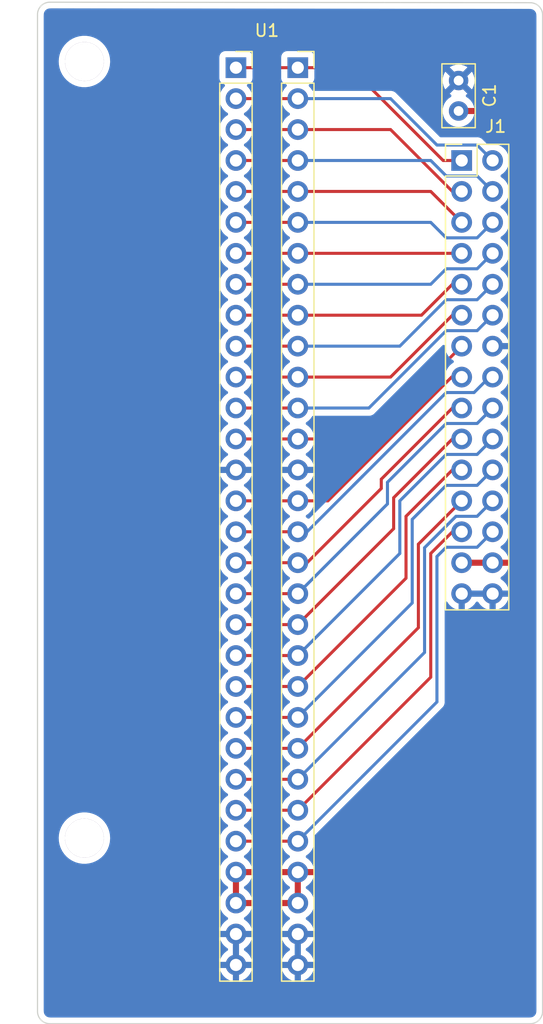
<source format=kicad_pcb>
(kicad_pcb (version 20201116) (generator pcbnew)
  (layers (0 "F.Cu" signal) (31 "B.Cu" signal) (34 "B.Paste" user) (35 "F.Paste" user) (36 "B.SilkS" user "B.Silkscreen") (37 "F.SilkS" user "F.Silkscreen") (38 "B.Mask" user) (39 "F.Mask" user) (44 "Edge.Cuts" user))
  (net 0 "")
  (net 1 "+5V")
  (net 2 "/A13")
  (net 3 "/A8")
  (net 4 "/A9")
  (net 5 "/A11")
  (net 6 "OE")
  (net 7 "/A10")
  (net 8 "CS")
  (net 9 "/D7")
  (net 10 "/D6")
  (net 11 "/D5")
  (net 12 "/D4")
  (net 13 "/D3")
  (net 14 "GND")
  (net 15 "/D2")
  (net 16 "/D1")
  (net 17 "/D0")
  (net 18 "/A0")
  (net 19 "/A1")
  (net 20 "/A2")
  (net 21 "/A3")
  (net 22 "/A4")
  (net 23 "/A5")
  (net 24 "/A6")
  (net 25 "/A7")
  (net 26 "/A12")
  (net 27 "/A14")
  (footprint "MountingHole:MountingHole_3.2mm_M3" (layer "F.Cu") (at 90.932 106.68)
    (fp_text reference "H2")
    (fp_text value "MountingHole_Pad")
    (pad "" thru_hole circle (at 0 0) (size 3.2 3.2) (drill 3.2) (layers *.Cu *.Mask))
  )
  (footprint "Connector_PinHeader_2.54mm:PinHeader_2x15_P2.54mm_Vertical" (layer "F.Cu") (at 121.92 51.054)
    (fp_text reference "J1" (at 2.794 -2.794) (layer "F.SilkS"))
    (fp_text value "ROM")
    (fp_line (start -1.33 1.27) (end -1.33 36.89) (layer "F.SilkS") (width 0.12))
    (fp_line (start 1.27 1.27) (end 1.27 -1.33) (layer "F.SilkS") (width 0.12))
    (fp_line (start -1.33 0) (end -1.33 -1.33) (layer "F.SilkS") (width 0.12))
    (fp_line (start -1.33 1.27) (end 1.27 1.27) (layer "F.SilkS") (width 0.12))
    (fp_line (start 3.87 -1.33) (end 3.87 36.89) (layer "F.SilkS") (width 0.12))
    (fp_line (start -1.33 -1.33) (end 0 -1.33) (layer "F.SilkS") (width 0.12))
    (fp_line (start 1.27 -1.33) (end 3.87 -1.33) (layer "F.SilkS") (width 0.12))
    (fp_line (start -1.33 36.89) (end 3.87 36.89) (layer "F.SilkS") (width 0.12))
    (pad "1" thru_hole rect (at 0 0) (size 1.7 1.7) (drill 1) (layers *.Cu *.Mask) (net 27 "/A14"))
    (pad "2" thru_hole oval (at 2.54 0) (size 1.7 1.7) (drill 1) (layers *.Cu *.Mask) (net 26 "/A12"))
    (pad "3" thru_hole oval (at 0 2.54) (size 1.7 1.7) (drill 1) (layers *.Cu *.Mask) (net 25 "/A7"))
    (pad "4" thru_hole oval (at 2.54 2.54) (size 1.7 1.7) (drill 1) (layers *.Cu *.Mask) (net 24 "/A6"))
    (pad "5" thru_hole oval (at 0 5.08) (size 1.7 1.7) (drill 1) (layers *.Cu *.Mask) (net 23 "/A5"))
    (pad "6" thru_hole oval (at 2.54 5.08) (size 1.7 1.7) (drill 1) (layers *.Cu *.Mask) (net 22 "/A4"))
    (pad "7" thru_hole oval (at 0 7.62) (size 1.7 1.7) (drill 1) (layers *.Cu *.Mask) (net 21 "/A3"))
    (pad "8" thru_hole oval (at 2.54 7.62) (size 1.7 1.7) (drill 1) (layers *.Cu *.Mask) (net 20 "/A2"))
    (pad "9" thru_hole oval (at 0 10.16) (size 1.7 1.7) (drill 1) (layers *.Cu *.Mask) (net 19 "/A1"))
    (pad "10" thru_hole oval (at 2.54 10.16) (size 1.7 1.7) (drill 1) (layers *.Cu *.Mask) (net 18 "/A0"))
    (pad "11" thru_hole oval (at 0 12.7) (size 1.7 1.7) (drill 1) (layers *.Cu *.Mask) (net 17 "/D0"))
    (pad "12" thru_hole oval (at 2.54 12.7) (size 1.7 1.7) (drill 1) (layers *.Cu *.Mask) (net 16 "/D1"))
    (pad "13" thru_hole oval (at 0 15.24) (size 1.7 1.7) (drill 1) (layers *.Cu *.Mask) (net 15 "/D2"))
    (pad "14" thru_hole oval (at 2.54 15.24) (size 1.7 1.7) (drill 1) (layers *.Cu *.Mask) (net 14 "GND"))
    (pad "15" thru_hole oval (at 0 17.78) (size 1.7 1.7) (drill 1) (layers *.Cu *.Mask) (net 13 "/D3"))
    (pad "16" thru_hole oval (at 2.54 17.78) (size 1.7 1.7) (drill 1) (layers *.Cu *.Mask) (net 12 "/D4"))
    (pad "17" thru_hole oval (at 0 20.32) (size 1.7 1.7) (drill 1) (layers *.Cu *.Mask) (net 11 "/D5"))
    (pad "18" thru_hole oval (at 2.54 20.32) (size 1.7 1.7) (drill 1) (layers *.Cu *.Mask) (net 10 "/D6"))
    (pad "19" thru_hole oval (at 0 22.86) (size 1.7 1.7) (drill 1) (layers *.Cu *.Mask) (net 9 "/D7"))
    (pad "20" thru_hole oval (at 2.54 22.86) (size 1.7 1.7) (drill 1) (layers *.Cu *.Mask) (net 8 "CS"))
    (pad "21" thru_hole oval (at 0 25.4) (size 1.7 1.7) (drill 1) (layers *.Cu *.Mask) (net 7 "/A10"))
    (pad "22" thru_hole oval (at 2.54 25.4) (size 1.7 1.7) (drill 1) (layers *.Cu *.Mask) (net 6 "OE"))
    (pad "23" thru_hole oval (at 0 27.94) (size 1.7 1.7) (drill 1) (layers *.Cu *.Mask) (net 5 "/A11"))
    (pad "24" thru_hole oval (at 2.54 27.94) (size 1.7 1.7) (drill 1) (layers *.Cu *.Mask) (net 4 "/A9"))
    (pad "25" thru_hole oval (at 0 30.48) (size 1.7 1.7) (drill 1) (layers *.Cu *.Mask) (net 3 "/A8"))
    (pad "26" thru_hole oval (at 2.54 30.48) (size 1.7 1.7) (drill 1) (layers *.Cu *.Mask) (net 2 "/A13"))
    (pad "27" thru_hole oval (at 0 33.02) (size 1.7 1.7) (drill 1) (layers *.Cu *.Mask) (net 1 "+5V"))
    (pad "28" thru_hole oval (at 2.54 33.02) (size 1.7 1.7) (drill 1) (layers *.Cu *.Mask) (net 1 "+5V"))
    (pad "29" thru_hole oval (at 0 35.56) (size 1.7 1.7) (drill 1) (layers *.Cu *.Mask) (net 14 "GND"))
    (pad "30" thru_hole oval (at 2.54 35.56) (size 1.7 1.7) (drill 1) (layers *.Cu *.Mask) (net 14 "GND"))
  )
  (footprint "MountingHole:MountingHole_3.2mm_M3" (layer "F.Cu") (at 90.932 42.926)
    (fp_text reference "H1")
    (fp_text value "MountingHole_Pad")
    (pad "" thru_hole circle (at 0 0) (size 3.2 3.2) (drill 3.2) (layers *.Cu *.Mask))
  )
  (footprint "Capacitor_THT:C_Disc_D5.0mm_W2.5mm_P2.50mm" (layer "F.Cu") (at 121.666 46.99 90)
    (fp_text reference "C1" (at 1.27 2.54 90) (layer "F.SilkS"))
    (fp_text value "100nF")
    (fp_line (start -1.37 -1.37) (end -1.37 1.37) (layer "F.SilkS") (width 0.12))
    (fp_line (start -1.37 -1.37) (end 3.87 -1.37) (layer "F.SilkS") (width 0.12))
    (fp_line (start 3.87 -1.37) (end 3.87 1.37) (layer "F.SilkS") (width 0.12))
    (fp_line (start -1.37 1.37) (end 3.87 1.37) (layer "F.SilkS") (width 0.12))
    (pad "1" thru_hole circle (at 0 0 90) (size 1.6 1.6) (drill 0.8) (layers *.Cu *.Mask) (net 1 "+5V"))
    (pad "2" thru_hole circle (at 2.5 0 90) (size 1.6 1.6) (drill 0.8) (layers *.Cu *.Mask) (net 14 "GND"))
  )
  (footprint "Connector_TheRLab:NES_Cartdrige" (layer "F.Cu") (at 105.918 80.264)
    (fp_text reference "U1" (at 0 -39.878 unlocked) (layer "F.SilkS"))
    (fp_text value "28C256")
    (fp_line (start -3.87 -35.56) (end -1.21 -35.56) (layer "F.SilkS") (width 0.12))
    (fp_line (start 1.21 38.16) (end 3.87 38.16) (layer "F.SilkS") (width 0.12))
    (fp_line (start 3.87 -38.16) (end 3.87 -36.83) (layer "F.SilkS") (width 0.12))
    (fp_line (start -3.87 38.16) (end -1.21 38.16) (layer "F.SilkS") (width 0.12))
    (fp_line (start -1.21 -35.56) (end -1.21 38.16) (layer "F.SilkS") (width 0.12))
    (fp_line (start 1.21 -35.56) (end 3.87 -35.56) (layer "F.SilkS") (width 0.12))
    (fp_line (start 1.21 -35.56) (end 1.21 38.16) (layer "F.SilkS") (width 0.12))
    (fp_line (start 3.87 -35.56) (end 3.87 38.16) (layer "F.SilkS") (width 0.12))
    (fp_line (start -3.87 -35.56) (end -3.87 38.16) (layer "F.SilkS") (width 0.12))
    (fp_line (start 2.54 -38.16) (end 3.87 -38.16) (layer "F.SilkS") (width 0.12))
    (fp_line (start -1.21 -38.16) (end -1.21 -36.83) (layer "F.SilkS") (width 0.12))
    (fp_line (start -2.54 -38.16) (end -1.21 -38.16) (layer "F.SilkS") (width 0.12))
    (pad "1" thru_hole rect (at -2.54 -36.83) (size 1.7 1.7) (drill 1) (layers *.Cu *.Mask) (net 27 "/A14"))
    (pad "2" thru_hole oval (at -2.54 -34.29) (size 1.7 1.7) (drill 1) (layers *.Cu *.Mask) (net 26 "/A12"))
    (pad "3" thru_hole oval (at -2.54 -31.75) (size 1.7 1.7) (drill 1) (layers *.Cu *.Mask) (net 25 "/A7"))
    (pad "4" thru_hole oval (at -2.54 -29.21) (size 1.7 1.7) (drill 1) (layers *.Cu *.Mask) (net 24 "/A6"))
    (pad "5" thru_hole oval (at -2.54 -26.67) (size 1.7 1.7) (drill 1) (layers *.Cu *.Mask) (net 23 "/A5"))
    (pad "6" thru_hole oval (at -2.54 -24.13) (size 1.7 1.7) (drill 1) (layers *.Cu *.Mask) (net 22 "/A4"))
    (pad "7" thru_hole oval (at -2.54 -21.59) (size 1.7 1.7) (drill 1) (layers *.Cu *.Mask) (net 21 "/A3"))
    (pad "8" thru_hole oval (at -2.54 -19.05) (size 1.7 1.7) (drill 1) (layers *.Cu *.Mask) (net 20 "/A2"))
    (pad "9" thru_hole oval (at -2.54 -16.51) (size 1.7 1.7) (drill 1) (layers *.Cu *.Mask) (net 19 "/A1"))
    (pad "10" thru_hole oval (at -2.54 -13.97) (size 1.7 1.7) (drill 1) (layers *.Cu *.Mask) (net 18 "/A0"))
    (pad "11" thru_hole oval (at -2.54 -11.43) (size 1.7 1.7) (drill 1) (layers *.Cu *.Mask) (net 17 "/D0"))
    (pad "12" thru_hole oval (at -2.54 -8.89) (size 1.7 1.7) (drill 1) (layers *.Cu *.Mask) (net 16 "/D1"))
    (pad "13" thru_hole oval (at -2.54 -6.35) (size 1.7 1.7) (drill 1) (layers *.Cu *.Mask) (net 15 "/D2"))
    (pad "14" thru_hole oval (at -2.54 -3.81) (size 1.7 1.7) (drill 1) (layers *.Cu *.Mask) (net 14 "GND"))
    (pad "15" thru_hole oval (at -2.54 -1.27) (size 1.7 1.7) (drill 1) (layers *.Cu *.Mask) (net 13 "/D3"))
    (pad "16" thru_hole oval (at -2.54 1.27) (size 1.7 1.7) (drill 1) (layers *.Cu *.Mask) (net 12 "/D4"))
    (pad "17" thru_hole oval (at -2.54 3.81) (size 1.7 1.7) (drill 1) (layers *.Cu *.Mask) (net 11 "/D5"))
    (pad "18" thru_hole oval (at -2.54 6.35) (size 1.7 1.7) (drill 1) (layers *.Cu *.Mask) (net 10 "/D6"))
    (pad "19" thru_hole oval (at -2.54 8.89) (size 1.7 1.7) (drill 1) (layers *.Cu *.Mask) (net 9 "/D7"))
    (pad "20" thru_hole oval (at -2.54 11.43) (size 1.7 1.7) (drill 1) (layers *.Cu *.Mask) (net 8 "CS"))
    (pad "21" thru_hole oval (at -2.54 13.97) (size 1.7 1.7) (drill 1) (layers *.Cu *.Mask) (net 7 "/A10"))
    (pad "22" thru_hole oval (at -2.54 16.51) (size 1.7 1.7) (drill 1) (layers *.Cu *.Mask) (net 6 "OE"))
    (pad "23" thru_hole oval (at -2.54 19.05) (size 1.7 1.7) (drill 1) (layers *.Cu *.Mask) (net 5 "/A11"))
    (pad "24" thru_hole oval (at -2.54 21.59) (size 1.7 1.7) (drill 1) (layers *.Cu *.Mask) (net 4 "/A9"))
    (pad "25" thru_hole oval (at -2.54 24.13) (size 1.7 1.7) (drill 1) (layers *.Cu *.Mask) (net 3 "/A8"))
    (pad "26" thru_hole oval (at -2.54 26.67) (size 1.7 1.7) (drill 1) (layers *.Cu *.Mask) (net 2 "/A13"))
    (pad "27" thru_hole oval (at -2.54 29.21) (size 1.7 1.7) (drill 1) (layers *.Cu *.Mask) (net 1 "+5V"))
    (pad "28" thru_hole oval (at -2.54 31.75) (size 1.7 1.7) (drill 1) (layers *.Cu *.Mask) (net 1 "+5V"))
    (pad "29" thru_hole oval (at -2.54 34.29) (size 1.7 1.7) (drill 1) (layers *.Cu *.Mask) (net 14 "GND"))
    (pad "30" thru_hole oval (at -2.54 36.83) (size 1.7 1.7) (drill 1) (layers *.Cu *.Mask) (net 14 "GND"))
    (pad "31" thru_hole oval (at 2.54 36.83) (size 1.7 1.7) (drill 1) (layers *.Cu *.Mask) (net 14 "GND"))
    (pad "32" thru_hole oval (at 2.54 34.29) (size 1.7 1.7) (drill 1) (layers *.Cu *.Mask) (net 14 "GND"))
    (pad "33" thru_hole oval (at 2.54 31.75) (size 1.7 1.7) (drill 1) (layers *.Cu *.Mask) (net 1 "+5V"))
    (pad "34" thru_hole oval (at 2.54 29.21) (size 1.7 1.7) (drill 1) (layers *.Cu *.Mask) (net 1 "+5V"))
    (pad "35" thru_hole oval (at 2.54 26.67) (size 1.7 1.7) (drill 1) (layers *.Cu *.Mask) (net 2 "/A13"))
    (pad "36" thru_hole oval (at 2.54 24.13) (size 1.7 1.7) (drill 1) (layers *.Cu *.Mask) (net 3 "/A8"))
    (pad "37" thru_hole oval (at 2.54 21.59) (size 1.7 1.7) (drill 1) (layers *.Cu *.Mask) (net 4 "/A9"))
    (pad "38" thru_hole oval (at 2.54 19.05) (size 1.7 1.7) (drill 1) (layers *.Cu *.Mask) (net 5 "/A11"))
    (pad "39" thru_hole oval (at 2.54 16.51) (size 1.7 1.7) (drill 1) (layers *.Cu *.Mask) (net 6 "OE"))
    (pad "40" thru_hole oval (at 2.54 13.97) (size 1.7 1.7) (drill 1) (layers *.Cu *.Mask) (net 7 "/A10"))
    (pad "41" thru_hole oval (at 2.54 11.43) (size 1.7 1.7) (drill 1) (layers *.Cu *.Mask) (net 8 "CS"))
    (pad "42" thru_hole oval (at 2.54 8.89) (size 1.7 1.7) (drill 1) (layers *.Cu *.Mask) (net 9 "/D7"))
    (pad "43" thru_hole oval (at 2.54 6.35) (size 1.7 1.7) (drill 1) (layers *.Cu *.Mask) (net 10 "/D6"))
    (pad "44" thru_hole oval (at 2.54 3.81) (size 1.7 1.7) (drill 1) (layers *.Cu *.Mask) (net 11 "/D5"))
    (pad "45" thru_hole oval (at 2.54 1.27) (size 1.7 1.7) (drill 1) (layers *.Cu *.Mask) (net 12 "/D4"))
    (pad "46" thru_hole oval (at 2.54 -1.27) (size 1.7 1.7) (drill 1) (layers *.Cu *.Mask) (net 13 "/D3"))
    (pad "47" thru_hole oval (at 2.54 -3.81) (size 1.7 1.7) (drill 1) (layers *.Cu *.Mask) (net 14 "GND"))
    (pad "48" thru_hole oval (at 2.54 -6.35) (size 1.7 1.7) (drill 1) (layers *.Cu *.Mask) (net 15 "/D2"))
    (pad "49" thru_hole oval (at 2.54 -8.89) (size 1.7 1.7) (drill 1) (layers *.Cu *.Mask) (net 16 "/D1"))
    (pad "50" thru_hole oval (at 2.54 -11.43) (size 1.7 1.7) (drill 1) (layers *.Cu *.Mask) (net 17 "/D0"))
    (pad "51" thru_hole oval (at 2.54 -13.97) (size 1.7 1.7) (drill 1) (layers *.Cu *.Mask) (net 18 "/A0"))
    (pad "52" thru_hole oval (at 2.54 -16.51) (size 1.7 1.7) (drill 1) (layers *.Cu *.Mask) (net 19 "/A1"))
    (pad "53" thru_hole oval (at 2.54 -19.05) (size 1.7 1.7) (drill 1) (layers *.Cu *.Mask) (net 20 "/A2"))
    (pad "54" thru_hole oval (at 2.54 -21.59) (size 1.7 1.7) (drill 1) (layers *.Cu *.Mask) (net 21 "/A3"))
    (pad "55" thru_hole oval (at 2.54 -24.13) (size 1.7 1.7) (drill 1) (layers *.Cu *.Mask) (net 22 "/A4"))
    (pad "56" thru_hole oval (at 2.54 -26.67) (size 1.7 1.7) (drill 1) (layers *.Cu *.Mask) (net 23 "/A5"))
    (pad "57" thru_hole oval (at 2.54 -29.21) (size 1.7 1.7) (drill 1) (layers *.Cu *.Mask) (net 24 "/A6"))
    (pad "58" thru_hole oval (at 2.54 -31.75) (size 1.7 1.7) (drill 1) (layers *.Cu *.Mask) (net 25 "/A7"))
    (pad "59" thru_hole oval (at 2.54 -34.29) (size 1.7 1.7) (drill 1) (layers *.Cu *.Mask) (net 26 "/A12"))
    (pad "60" thru_hole rect (at 2.54 -36.83) (size 1.7 1.7) (drill 1) (layers *.Cu *.Mask) (net 27 "/A14"))
  )
  (gr_line (start 128.56758 39.116) (end 128.56758 120.904) (layer "Edge.Cuts") (width 0.1))
  (gr_arc (start 88.09442 39.07242) (end 88.09442 38.05642) (angle -90) (layer "Edge.Cuts") (width 0.1))
  (gr_line (start 127.55158 121.92) (end 88.09442 121.92) (layer "Edge.Cuts") (width 0.1))
  (gr_arc (start 127.55158 39.116) (end 128.56758 39.116) (angle -90) (layer "Edge.Cuts") (width 0.1))
  (gr_arc (start 127.55158 120.904) (end 127.55158 121.92) (angle -90) (layer "Edge.Cuts") (width 0.1))
  (gr_arc (start 88.09442 120.904) (end 87.07842 120.904) (angle -90) (layer "Edge.Cuts") (width 0.1))
  (gr_line (start 88.09442 38.05642) (end 127.55158 38.1) (layer "Edge.Cuts") (width 0.1))
  (gr_line (start 87.07842 120.904) (end 87.07842 39.07242) (layer "Edge.Cuts") (width 0.1))
  (segment (start 127 82.042) (end 127 49.276) (width 0.5) (layer "F.Cu") (net 1))
  (segment (start 124.46 84.074) (end 121.92 84.074) (width 0.5) (layer "F.Cu") (net 1))
  (segment (start 124.46 84.074) (end 127 84.074) (width 0.5) (layer "F.Cu") (net 1))
  (segment (start 125.476 109.474) (end 127 107.95) (width 0.5) (layer "F.Cu") (net 1))
  (segment (start 127 107.95) (end 127 82.042) (width 0.5) (layer "F.Cu") (net 1))
  (segment (start 103.378 112.014) (end 108.458 112.014) (width 0.5) (layer "F.Cu") (net 1))
  (segment (start 103.378 109.474) (end 103.378 112.014) (width 0.5) (layer "F.Cu") (net 1))
  (segment (start 124.714 46.99) (end 121.666 46.99) (width 0.5) (layer "F.Cu") (net 1))
  (segment (start 127 49.276) (end 124.714 46.99) (width 0.5) (layer "F.Cu") (net 1))
  (segment (start 108.458 109.474) (end 125.476 109.474) (width 0.5) (layer "F.Cu") (net 1))
  (segment (start 124.46 84.074) (end 124.46 83.82) (width 0.25) (layer "F.Cu") (net 1))
  (segment (start 108.458 109.474) (end 108.458 112.014) (width 0.5) (layer "F.Cu") (net 1))
  (segment (start 103.378 109.474) (end 108.458 109.474) (width 0.5) (layer "F.Cu") (net 1))
  (segment (start 103.378 106.934) (end 108.458 106.934) (width 0.25) (layer "F.Cu") (net 2))
  (segment (start 113.792 101.6) (end 114.427 100.965) (width 0.25) (layer "B.Cu") (net 2))
  (segment (start 123.19 82.804) (end 124.46 81.534) (width 0.25) (layer "B.Cu") (net 2))
  (segment (start 120.65 82.804) (end 123.19 82.804) (width 0.25) (layer "B.Cu") (net 2))
  (segment (start 108.458 106.934) (end 113.792 101.6) (width 0.25) (layer "B.Cu") (net 2))
  (segment (start 119.888 83.566) (end 119.888 95.504) (width 0.25) (layer "B.Cu") (net 2))
  (segment (start 119.888 95.504) (end 113.792 101.6) (width 0.25) (layer "B.Cu") (net 2))
  (segment (start 119.888 83.566) (end 120.65 82.804) (width 0.25) (layer "B.Cu") (net 2))
  (segment (start 119.38 93.472) (end 112.776 100.076) (width 0.25) (layer "F.Cu") (net 3))
  (segment (start 121.158 81.534) (end 119.38 83.312) (width 0.25) (layer "F.Cu") (net 3))
  (segment (start 112.776 100.076) (end 108.458 104.394) (width 0.25) (layer "F.Cu") (net 3))
  (segment (start 119.38 83.312) (end 119.38 93.472) (width 0.25) (layer "F.Cu") (net 3))
  (segment (start 108.458 104.394) (end 103.378 104.394) (width 0.25) (layer "F.Cu") (net 3))
  (segment (start 121.92 81.534) (end 121.158 81.534) (width 0.25) (layer "F.Cu") (net 3))
  (segment (start 103.378 101.854) (end 108.458 101.854) (width 0.25) (layer "F.Cu") (net 4))
  (segment (start 118.872 82.842998) (end 121.450998 80.264) (width 0.25) (layer "B.Cu") (net 4))
  (segment (start 108.458 101.854) (end 118.872 91.44) (width 0.25) (layer "B.Cu") (net 4))
  (segment (start 121.450998 80.264) (end 123.19 80.264) (width 0.25) (layer "B.Cu") (net 4))
  (segment (start 118.872 91.44) (end 118.872 82.842998) (width 0.25) (layer "B.Cu") (net 4))
  (segment (start 123.19 80.264) (end 124.46 78.994) (width 0.25) (layer "B.Cu") (net 4))
  (segment (start 118.364 89.408) (end 118.364 82.55) (width 0.25) (layer "F.Cu") (net 5))
  (segment (start 108.458 99.314) (end 118.364 89.408) (width 0.25) (layer "F.Cu") (net 5))
  (segment (start 118.364 82.55) (end 121.92 78.994) (width 0.25) (layer "F.Cu") (net 5))
  (segment (start 108.458 99.314) (end 103.378 99.314) (width 0.25) (layer "F.Cu") (net 5))
  (segment (start 103.378 96.774) (end 108.458 96.774) (width 0.25) (layer "F.Cu") (net 6))
  (segment (start 108.458 96.774) (end 117.856 87.376) (width 0.25) (layer "B.Cu") (net 6))
  (segment (start 117.856 80.518) (end 120.65 77.724) (width 0.25) (layer "B.Cu") (net 6))
  (segment (start 120.65 77.724) (end 123.19 77.724) (width 0.25) (layer "B.Cu") (net 6))
  (segment (start 123.19 77.724) (end 124.46 76.454) (width 0.25) (layer "B.Cu") (net 6))
  (segment (start 117.856 87.376) (end 117.856 80.518) (width 0.25) (layer "B.Cu") (net 6))
  (segment (start 117.348 80.264) (end 121.158 76.454) (width 0.25) (layer "F.Cu") (net 7))
  (segment (start 117.348 85.344) (end 117.348 80.264) (width 0.25) (layer "F.Cu") (net 7))
  (segment (start 103.378 94.234) (end 108.458 94.234) (width 0.25) (layer "F.Cu") (net 7))
  (segment (start 108.458 94.234) (end 117.348 85.344) (width 0.25) (layer "F.Cu") (net 7))
  (segment (start 121.158 76.454) (end 121.92 76.454) (width 0.25) (layer "F.Cu") (net 7))
  (segment (start 103.378 91.694) (end 108.458 91.694) (width 0.25) (layer "F.Cu") (net 8))
  (segment (start 108.458 91.694) (end 116.84 83.312) (width 0.25) (layer "B.Cu") (net 8))
  (segment (start 116.84 78.994) (end 120.65 75.184) (width 0.25) (layer "B.Cu") (net 8))
  (segment (start 120.65 75.184) (end 123.19 75.184) (width 0.25) (layer "B.Cu") (net 8))
  (segment (start 116.84 83.312) (end 116.84 78.994) (width 0.25) (layer "B.Cu") (net 8))
  (segment (start 123.19 75.184) (end 124.46 73.914) (width 0.25) (layer "B.Cu") (net 8))
  (segment (start 116.332 78.74) (end 121.158 73.914) (width 0.25) (layer "F.Cu") (net 9))
  (segment (start 116.332 81.28) (end 116.332 78.74) (width 0.25) (layer "F.Cu") (net 9))
  (segment (start 121.158 73.914) (end 121.92 73.914) (width 0.25) (layer "F.Cu") (net 9))
  (segment (start 108.458 89.154) (end 116.332 81.28) (width 0.25) (layer "F.Cu") (net 9))
  (segment (start 103.378 89.154) (end 108.458 89.154) (width 0.25) (layer "F.Cu") (net 9))
  (segment (start 103.378 86.614) (end 108.458 86.614) (width 0.25) (layer "F.Cu") (net 10))
  (segment (start 123.19 72.644) (end 124.46 71.374) (width 0.25) (layer "B.Cu") (net 10))
  (segment (start 115.824 79.248) (end 115.824 77.47) (width 0.25) (layer "B.Cu") (net 10))
  (segment (start 115.824 77.47) (end 120.65 72.644) (width 0.25) (layer "B.Cu") (net 10))
  (segment (start 120.65 72.644) (end 123.19 72.644) (width 0.25) (layer "B.Cu") (net 10))
  (segment (start 108.458 86.614) (end 115.824 79.248) (width 0.25) (layer "B.Cu") (net 10))
  (segment (start 115.316 77.216) (end 121.158 71.374) (width 0.25) (layer "F.Cu") (net 11))
  (segment (start 109.22 84.074) (end 113.284 80.01) (width 0.25) (layer "F.Cu") (net 11))
  (segment (start 115.316 77.978) (end 115.316 77.216) (width 0.25) (layer "F.Cu") (net 11))
  (segment (start 121.158 71.374) (end 121.92 71.374) (width 0.25) (layer "F.Cu") (net 11))
  (segment (start 113.284 80.01) (end 115.316 77.978) (width 0.25) (layer "F.Cu") (net 11))
  (segment (start 113.03 80.264) (end 113.284 80.01) (width 0.25) (layer "F.Cu") (net 11))
  (segment (start 103.378 84.074) (end 108.458 84.074) (width 0.25) (layer "F.Cu") (net 11))
  (segment (start 108.458 84.074) (end 109.22 84.074) (width 0.25) (layer "F.Cu") (net 11))
  (segment (start 103.378 81.534) (end 108.458 81.534) (width 0.25) (layer "F.Cu") (net 12))
  (segment (start 113.03 77.724) (end 113.792 76.962) (width 0.25) (layer "B.Cu") (net 12))
  (segment (start 122.936 70.104) (end 124.206 68.834) (width 0.25) (layer "B.Cu") (net 12))
  (segment (start 109.22 81.534) (end 113.792 76.962) (width 0.25) (layer "B.Cu") (net 12))
  (segment (start 108.458 81.534) (end 109.22 81.534) (width 0.25) (layer "B.Cu") (net 12))
  (segment (start 120.65 70.104) (end 122.936 70.104) (width 0.25) (layer "B.Cu") (net 12))
  (segment (start 113.792 76.962) (end 120.65 70.104) (width 0.25) (layer "B.Cu") (net 12))
  (segment (start 124.206 68.834) (end 124.46 68.834) (width 0.25) (layer "B.Cu") (net 12))
  (segment (start 121.0945 68.834) (end 121.92 68.834) (width 0.25) (layer "F.Cu") (net 13))
  (segment (start 103.378 78.994) (end 108.458 78.994) (width 0.25) (layer "F.Cu") (net 13))
  (segment (start 108.458 78.994) (end 110.9345 78.994) (width 0.25) (layer "F.Cu") (net 13))
  (segment (start 110.9345 78.994) (end 121.0945 68.834) (width 0.25) (layer "F.Cu") (net 13))
  (segment (start 122.428 68.834) (end 121.92 68.834) (width 0.25) (layer "B.Cu") (net 13))
  (segment (start 124.46 66.294) (end 123.952 66.294) (width 0.25) (layer "B.Cu") (net 14))
  (segment (start 118.11 70.104) (end 118.364 69.85) (width 0.25) (layer "F.Cu") (net 15))
  (segment (start 108.458 73.914) (end 114.3 73.914) (width 0.25) (layer "F.Cu") (net 15))
  (segment (start 114.3 73.914) (end 118.364 69.85) (width 0.25) (layer "F.Cu") (net 15))
  (segment (start 118.364 69.85) (end 121.92 66.294) (width 0.25) (layer "F.Cu") (net 15))
  (segment (start 103.378 73.914) (end 108.458 73.914) (width 0.25) (layer "F.Cu") (net 15))
  (segment (start 103.378 71.374) (end 108.458 71.374) (width 0.25) (layer "F.Cu") (net 16))
  (segment (start 123.19 65.024) (end 124.46 63.754) (width 0.25) (layer "B.Cu") (net 16))
  (segment (start 120.65 65.024) (end 123.19 65.024) (width 0.25) (layer "B.Cu") (net 16))
  (segment (start 114.3 71.374) (end 120.65 65.024) (width 0.25) (layer "B.Cu") (net 16))
  (segment (start 108.458 71.374) (end 114.3 71.374) (width 0.25) (layer "B.Cu") (net 16))
  (segment (start 108.458 68.834) (end 116.078 68.834) (width 0.25) (layer "F.Cu") (net 17))
  (segment (start 103.378 68.834) (end 108.458 68.834) (width 0.25) (layer "F.Cu") (net 17))
  (segment (start 116.078 68.834) (end 121.158 63.754) (width 0.25) (layer "F.Cu") (net 17))
  (segment (start 121.158 63.754) (end 121.92 63.754) (width 0.25) (layer "F.Cu") (net 17))
  (segment (start 103.378 66.294) (end 108.458 66.294) (width 0.25) (layer "F.Cu") (net 18))
  (segment (start 116.84 66.294) (end 120.65 62.484) (width 0.25) (layer "B.Cu") (net 18))
  (segment (start 123.19 62.484) (end 124.46 61.214) (width 0.25) (layer "B.Cu") (net 18))
  (segment (start 120.65 62.484) (end 123.19 62.484) (width 0.25) (layer "B.Cu") (net 18))
  (segment (start 108.458 66.294) (end 116.84 66.294) (width 0.25) (layer "B.Cu") (net 18))
  (segment (start 103.378 63.754) (end 108.458 63.754) (width 0.25) (layer "F.Cu") (net 19))
  (segment (start 108.458 63.754) (end 118.618 63.754) (width 0.25) (layer "F.Cu") (net 19))
  (segment (start 121.158 61.214) (end 121.92 61.214) (width 0.25) (layer "F.Cu") (net 19))
  (segment (start 118.618 63.754) (end 121.158 61.214) (width 0.25) (layer "F.Cu") (net 19))
  (segment (start 103.378 61.214) (end 108.458 61.214) (width 0.25) (layer "F.Cu") (net 20))
  (segment (start 108.458 61.214) (end 119.38 61.214) (width 0.25) (layer "B.Cu") (net 20))
  (segment (start 120.65 59.944) (end 123.19 59.944) (width 0.25) (layer "B.Cu") (net 20))
  (segment (start 123.19 59.944) (end 124.46 58.674) (width 0.25) (layer "B.Cu") (net 20))
  (segment (start 119.38 61.214) (end 120.65 59.944) (width 0.25) (layer "B.Cu") (net 20))
  (segment (start 103.378 58.674) (end 108.458 58.674) (width 0.25) (layer "F.Cu") (net 21))
  (segment (start 108.458 58.674) (end 121.92 58.674) (width 0.25) (layer "F.Cu") (net 21))
  (segment (start 103.378 56.134) (end 108.458 56.134) (width 0.25) (layer "F.Cu") (net 22))
  (segment (start 120.65 57.404) (end 123.19 57.404) (width 0.25) (layer "B.Cu") (net 22))
  (segment (start 123.19 57.404) (end 124.46 56.134) (width 0.25) (layer "B.Cu") (net 22))
  (segment (start 108.458 56.134) (end 119.38 56.134) (width 0.25) (layer "B.Cu") (net 22))
  (segment (start 119.38 56.134) (end 120.65 57.404) (width 0.25) (layer "B.Cu") (net 22))
  (segment (start 119.38 53.594) (end 121.92 56.134) (width 0.25) (layer "F.Cu") (net 23))
  (segment (start 103.378 53.594) (end 108.458 53.594) (width 0.25) (layer "F.Cu") (net 23))
  (segment (start 108.458 53.594) (end 119.38 53.594) (width 0.25) (layer "F.Cu") (net 23))
  (segment (start 103.378 51.054) (end 108.458 51.054) (width 0.25) (layer "F.Cu") (net 24))
  (segment (start 119.38 51.054) (end 119.507 51.181) (width 0.25) (layer "B.Cu") (net 24))
  (segment (start 123.19 52.324) (end 124.46 53.594) (width 0.25) (layer "B.Cu") (net 24))
  (segment (start 119.507 51.181) (end 120.65 52.324) (width 0.25) (layer "B.Cu") (net 24))
  (segment (start 120.65 52.324) (end 123.19 52.324) (width 0.25) (layer "B.Cu") (net 24))
  (segment (start 108.458 51.054) (end 119.38 51.054) (width 0.25) (layer "B.Cu") (net 24))
  (segment (start 108.458 48.514) (end 116.078 48.514) (width 0.25) (layer "F.Cu") (net 25))
  (segment (start 116.078 48.514) (end 121.158 53.594) (width 0.25) (layer "F.Cu") (net 25))
  (segment (start 121.158 53.594) (end 121.92 53.594) (width 0.25) (layer "F.Cu") (net 25))
  (segment (start 103.378 48.514) (end 108.458 48.514) (width 0.25) (layer "F.Cu") (net 25))
  (segment (start 103.378 45.974) (end 108.458 45.974) (width 0.25) (layer "F.Cu") (net 26))
  (segment (start 116.078 45.974) (end 119.888 49.784) (width 0.25) (layer "B.Cu") (net 26))
  (segment (start 123.19 49.784) (end 124.46 51.054) (width 0.25) (layer "B.Cu") (net 26))
  (segment (start 108.458 45.974) (end 116.078 45.974) (width 0.25) (layer "B.Cu") (net 26))
  (segment (start 119.888 49.784) (end 123.19 49.784) (width 0.25) (layer "B.Cu") (net 26))
  (segment (start 103.378 43.434) (end 108.458 43.434) (width 0.25) (layer "F.Cu") (net 27))
  (segment (start 108.458 43.434) (end 112.776 43.434) (width 0.25) (layer "F.Cu") (net 27))
  (segment (start 120.396 51.054) (end 121.92 51.054) (width 0.25) (layer "F.Cu") (net 27))
  (segment (start 103.378 43.942) (end 103.886 43.942) (width 0.25) (layer "F.Cu") (net 27))
  (segment (start 112.776 43.434) (end 120.396 51.054) (width 0.25) (layer "F.Cu") (net 27))
  (zone (net 14) (net_name "GND") (layer "B.Cu") (connect_pads (clearance 0.508)) (min_thickness 0.254) (fill yes (thermal_gap 0.508) (thermal_bridge_width 0.508))
    (polygon (pts (xy 128.524 121.92) (xy 87.122 121.92) (xy 87.122 38.1) (xy 128.524 38.1)))
  )
)
</source>
